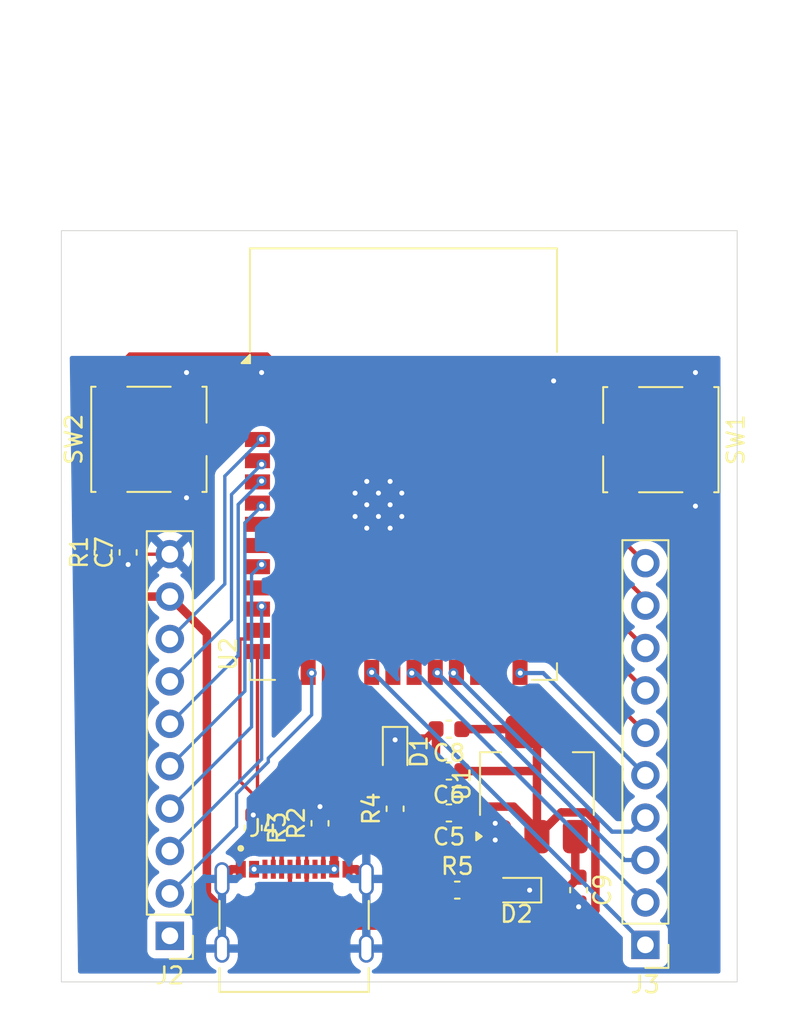
<source format=kicad_pcb>
(kicad_pcb (version 20241229) (generator "pcbnew") (generator_version "9.0")
  (layers (0 "F.Cu" signal "Front") (4 "In1.Cu" signal) (6 "In2.Cu" signal) (2 "B.Cu" signal "Back") (13 "F.Paste" user) (15 "B.Paste" user) (5 "F.SilkS" user "F.Silkscreen") (7 "B.SilkS" user "B.Silkscreen") (1 "F.Mask" user) (3 "B.Mask" user) (25 "Edge.Cuts" user))
  (net 0 "")
  (net 1 "GND")
  (net 2 "+3V3")
  (net 3 "EN")
  (net 4 "+5V")
  (net 5 "Net-(D1-A)")
  (net 6 "Net-(D2-A)")
  (net 7 "LT")
  (net 8 "X")
  (net 9 "A")
  (net 10 "Y")
  (net 11 "RT")
  (net 12 "B")
  (net 13 "Start")
  (net 14 "CY")
  (net 15 "SY")
  (net 16 "Select")
  (net 17 "Z1")
  (net 18 "CX")
  (net 19 "DL")
  (net 20 "DD")
  (net 21 "DU")
  (net 22 "SX")
  (net 23 "DR")
  (net 25 "D-")
  (net 26 "D+")
  (net 28 "Net-(J4-CC1)")
  (net 29 "Net-(J4-CC2)")
  (net 30 "GPIO_0")
  (footprint "Capacitor_SMD:C_0603_1608Metric" (layer "F.Cu") (at 126 114.775 -90)
    (property "Reference" "R3" (at 0 -1.43 90) (layer "F.SilkS"))
    (property "Value" "5.1kΩ")
    (fp_line (start -0.14058 0.51) (end 0.14058 0.51) (stroke (width 0.12)) (layer "F.SilkS"))
    (fp_line (start -0.14058 -0.51) (end 0.14058 -0.51) (stroke (width 0.12)) (layer "F.SilkS"))
    (pad "1" smd roundrect (at -0.775 0 270) (size 0.9 0.95) (layers "F.Cu" "F.Mask" "F.Paste") (net 1 "GND"))
    (pad "2" smd roundrect (at 0.775 0 270) (size 0.9 0.95) (layers "F.Cu" "F.Mask" "F.Paste") (net 28 "Net-(J4-CC1)"))
  )
  (footprint "Updated M-12:HRO_TYPE-C-31-M-12" (layer "F.Cu") (at 128.45 122)
    (property "Reference" "J4" (at -1.85 -7.205 0) (layer "F.SilkS"))
    (property "Value" "TYPE-C-31-M-12")
    (fp_line (start -4.47 -2.85) (end -4.47 -1.17) (stroke (width 0.127)) (layer "F.SilkS"))
    (fp_line (start -4.47 2.6) (end -4.47 1.17) (stroke (width 0.127)) (layer "F.SilkS"))
    (fp_line (start -4.47 2.6) (end 4.47 2.6) (stroke (width 0.127)) (layer "F.SilkS"))
    (fp_line (start 4.47 -2.85) (end 4.47 -1.17) (stroke (width 0.127)) (layer "F.SilkS"))
    (fp_line (start 4.47 2.6) (end 4.47 1.17) (stroke (width 0.127)) (layer "F.SilkS"))
    (fp_circle (center -3.2 -6) (end -3.1 -6) (stroke (width 0.2)) (fill no) (layer "F.SilkS"))
    (pad "" np_thru_hole circle (at -2.89 -3.68) (size 0.6 0.6) (drill 0.6) (layers "*.Cu" "*.Mask"))
    (pad "" np_thru_hole circle (at 2.89 -3.68) (size 0.6 0.6) (drill 0.6) (layers "*.Cu" "*.Mask"))
    (pad "A1_B12" smd rect (at -3.2 -4.75) (size 0.6 1) (layers "F.Cu" "F.Paste") (net 1 "GND"))
    (pad "A4_B9" smd rect (at -2.4 -4.75) (size 0.6 1) (layers "F.Cu" "F.Paste") (net 4 "+5V"))
    (pad "A5" smd rect (at -1.25 -4.75) (size 0.3 1.14) (layers "F.Cu" "F.Paste") (net 28 "Net-(J4-CC1)"))
    (pad "A6" smd rect (at -0.25 -4.75) (size 0.3 1.14) (layers "F.Cu" "F.Paste") (net 26 "D+"))
    (pad "A7" smd rect (at 0.25 -4.75) (size 0.3 1.14) (layers "F.Cu" "F.Paste") (net 25 "D-"))
    (pad "A8" smd rect (at 1.25 -4.75) (size 0.3 1.14) (layers "F.Cu" "F.Paste"))
    (pad "B1_A12" smd rect (at 3.2 -4.75) (size 0.6 1) (layers "F.Cu" "F.Paste") (net 1 "GND"))
    (pad "B4_A9" smd rect (at 2.4 -4.75) (size 0.6 1) (layers "F.Cu" "F.Paste") (net 4 "+5V"))
    (pad "B5" smd rect (at 1.75 -4.75) (size 0.3 1.14) (layers "F.Cu" "F.Paste") (net 29 "Net-(J4-CC2)"))
    (pad "B6" smd rect (at 0.75 -4.75) (size 0.3 1.14) (layers "F.Cu" "F.Paste") (net 26 "D+"))
    (pad "B7" smd rect (at -0.75 -4.75) (size 0.3 1.14) (layers "F.Cu" "F.Paste") (net 25 "D-"))
    (pad "B8" smd rect (at -1.75 -4.75) (size 0.3 1.14) (layers "F.Cu" "F.Paste"))
    (pad "S1" thru_hole oval (at -4.325 -4.17) (size 0.9 2) (drill oval 0.6 1.7) (layers "*.Cu" "*.Mask") (net 1 "GND"))
    (pad "S2" thru_hole oval (at 4.325 -4.17) (size 0.9 2) (drill oval 0.6 1.7) (layers "*.Cu" "*.Mask") (net 1 "GND"))
    (pad "S3" thru_hole oval (at -4.325 0) (size 0.9 1.7) (drill oval 0.6 1.4) (layers "*.Cu" "*.Mask") (net 1 "GND"))
    (pad "S4" thru_hole oval (at 4.325 0) (size 0.9 1.7) (drill oval 0.6 1.4) (layers "*.Cu" "*.Mask") (net 1 "GND"))
  )
  (footprint "Capacitor_SMD:C_0603_1608Metric" (layer "F.Cu") (at 117 98.275 90)
    (property "Reference" "R1" (at 0 -1.43 90) (layer "F.SilkS"))
    (property "Value" "5.1kΩ")
    (fp_line (start -0.14058 -0.51) (end 0.14058 -0.51) (stroke (width 0.12)) (layer "F.SilkS"))
    (fp_line (start -0.14058 0.51) (end 0.14058 0.51) (stroke (width 0.12)) (layer "F.SilkS"))
    (pad "1" smd roundrect (at -0.775 0 90) (size 0.9 0.95) (layers "F.Cu" "F.Mask" "F.Paste") (net 2 "+3V3"))
    (pad "2" smd roundrect (at 0.775 0 90) (size 0.9 0.95) (layers "F.Cu" "F.Mask" "F.Paste") (net 3 "EN"))
  )
  (footprint "Connector_PinHeader_2.54mm:PinHeader_1x10_P2.54mm_Vertical" (layer "F.Cu") (at 149.5 121.78 180)
    (property "Reference" "J3" (at 0 -2.38 0) (layer "F.SilkS"))
    (property "Value" "Conn_01x10_Pin")
    (fp_line (start 1.38 1.27) (end 1.38 24.24) (stroke (width 0.12)) (layer "F.SilkS"))
    (fp_line (start -1.38 24.24) (end 1.38 24.24) (stroke (width 0.12)) (layer "F.SilkS"))
    (fp_line (start -1.38 1.27) (end 1.38 1.27) (stroke (width 0.12)) (layer "F.SilkS"))
    (fp_line (start -1.38 1.27) (end -1.38 24.24) (stroke (width 0.12)) (layer "F.SilkS"))
    (fp_line (start -1.38 0) (end -1.38 -1.38) (stroke (width 0.12)) (layer "F.SilkS"))
    (fp_line (start -1.38 -1.38) (end 0 -1.38) (stroke (width 0.12)) (layer "F.SilkS"))
    (pad "1" thru_hole rect (at 0 0 180) (size 1.7 1.7) (drill 1) (layers "*.Cu" "*.Mask") (net 17 "Z1"))
    (pad "2" thru_hole circle (at 0 2.54 180) (size 1.7 1.7) (drill 1) (layers "*.Cu" "*.Mask") (net 22 "SX"))
    (pad "3" thru_hole circle (at 0 5.08 180) (size 1.7 1.7) (drill 1) (layers "*.Cu" "*.Mask") (net 15 "SY"))
    (pad "4" thru_hole circle (at 0 7.62 180) (size 1.7 1.7) (drill 1) (layers "*.Cu" "*.Mask") (net 23 "DR"))
    (pad "5" thru_hole circle (at 0 10.16 180) (size 1.7 1.7) (drill 1) (layers "*.Cu" "*.Mask") (net 16 "Select"))
    (pad "6" thru_hole circle (at 0 12.7 180) (size 1.7 1.7) (drill 1) (layers "*.Cu" "*.Mask") (net 19 "DL"))
    (pad "7" thru_hole circle (at 0 15.24 180) (size 1.7 1.7) (drill 1) (layers "*.Cu" "*.Mask") (net 20 "DD"))
    (pad "8" thru_hole circle (at 0 17.78 180) (size 1.7 1.7) (drill 1) (layers "*.Cu" "*.Mask") (net 21 "DU"))
    (pad "9" thru_hole circle (at 0 20.32 180) (size 1.7 1.7) (drill 1) (layers "*.Cu" "*.Mask") (net 18 "CX"))
    (pad "10" thru_hole circle (at 0 22.86 180) (size 1.7 1.7) (drill 1) (layers "*.Cu" "*.Mask") (net 14 "CY"))
  )
  (footprint "Button_Switch_SMD:SW_SPST_B3S-1100" (layer "F.Cu") (at 149.5 91.52 -90)
    (property "Reference" "SW1" (at 0 -5.42 90) (layer "F.SilkS"))
    (property "Value" "SW_Push")
    (fp_line (start -3.15 2.53) (end -1 2.53) (stroke (width 0.12)) (layer "F.SilkS"))
    (fp_line (start -3.15 2.53) (end -3.15 2.28) (stroke (width 0.12)) (layer "F.SilkS"))
    (fp_line (start 3.15 2.53) (end 1 2.53) (stroke (width 0.12)) (layer "F.SilkS"))
    (fp_line (start 3.15 2.28) (end 3.15 2.53) (stroke (width 0.12)) (layer "F.SilkS"))
    (fp_line (start -3.15 0.38) (end -3.15 -2.22) (stroke (width 0.12)) (layer "F.SilkS"))
    (fp_line (start 3.15 -2.22) (end 3.15 0.38) (stroke (width 0.12)) (layer "F.SilkS"))
    (fp_line (start -3.15 -4.12) (end -3.15 -4.38) (stroke (width 0.12)) (layer "F.SilkS"))
    (fp_line (start -3.15 -4.38) (end 3.15 -4.38) (stroke (width 0.12)) (layer "F.SilkS"))
    (fp_line (start 3.15 -4.38) (end 3.15 -4.12) (stroke (width 0.12)) (layer "F.SilkS"))
    (pad "1" smd rect (at -3.98 -3.17 270) (size 1.55 1.3) (layers "F.Cu" "F.Mask" "F.Paste") (net 1 "GND"))
    (pad "1" smd rect (at 3.98 -3.17 270) (size 1.55 1.3) (layers "F.Cu" "F.Mask" "F.Paste") (net 1 "GND"))
    (pad "2" smd rect (at -3.98 1.33 270) (size 1.55 1.3) (layers "F.Cu" "F.Mask" "F.Paste") (net 30 "GPIO_0"))
    (pad "2" smd rect (at 3.98 1.33 270) (size 1.55 1.3) (layers "F.Cu" "F.Mask" "F.Paste") (net 30 "GPIO_0"))
    (pad "3" smd rect (at 0 3.17 270) (size 1.3 1.7) (layers "F.Cu" "F.Mask" "F.Paste"))
  )
  (footprint "LED_SMD:LED_0603_1608Metric" (layer "F.Cu") (at 141.775 118.505 180)
    (property "Reference" "D2" (at 0 -1.43 0) (layer "F.SilkS"))
    (property "Value" "LED")
    (fp_line (start 0.8 -0.735) (end -1.485 -0.735) (stroke (width 0.12)) (layer "F.SilkS"))
    (fp_line (start -1.485 0.735) (end 0.8 0.735) (stroke (width 0.12)) (layer "F.SilkS"))
    (fp_line (start -1.485 -0.735) (end -1.485 0.735) (stroke (width 0.12)) (layer "F.SilkS"))
    (pad "1" smd roundrect (at -0.7875 0 180) (size 0.875 0.95) (layers "F.Cu" "F.Mask" "F.Paste") (net 1 "GND"))
    (pad "2" smd roundrect (at 0.7875 0 180) (size 0.875 0.95) (layers "F.Cu" "F.Mask" "F.Paste") (net 6 "Net-(D2-A)"))
  )
  (footprint "Capacitor_SMD:C_0603_1608Metric" (layer "F.Cu") (at 137.725 113.88 180)
    (property "Reference" "C5" (at 0 -1.43 0) (layer "F.SilkS"))
    (property "Value" "10u")
    (fp_line (start -0.14058 0.51) (end 0.14058 0.51) (stroke (width 0.12)) (layer "F.SilkS"))
    (fp_line (start -0.14058 -0.51) (end 0.14058 -0.51) (stroke (width 0.12)) (layer "F.SilkS"))
    (pad "1" smd roundrect (at -0.775 0 180) (size 0.9 0.95) (layers "F.Cu" "F.Mask" "F.Paste") (net 2 "+3V3"))
    (pad "2" smd roundrect (at 0.775 0 180) (size 0.9 0.95) (layers "F.Cu" "F.Mask" "F.Paste") (net 1 "GND"))
  )
  (footprint "Capacitor_SMD:C_0603_1608Metric" (layer "F.Cu") (at 134.5 113.6275 90)
    (property "Reference" "R4" (at 0 -1.43 90) (layer "F.SilkS"))
    (property "Value" "5.1kΩ")
    (fp_line (start -0.14058 -0.51) (end 0.14058 -0.51) (stroke (width 0.12)) (layer "F.SilkS"))
    (fp_line (start -0.14058 0.51) (end 0.14058 0.51) (stroke (width 0.12)) (layer "F.SilkS"))
    (pad "1" smd roundrect (at -0.775 0 90) (size 0.9 0.95) (layers "F.Cu" "F.Mask" "F.Paste") (net 4 "+5V"))
    (pad "2" smd roundrect (at 0.775 0 90) (size 0.9 0.95) (layers "F.Cu" "F.Mask" "F.Paste") (net 5 "Net-(D1-A)"))
  )
  (footprint "Package_TO_SOT_SMD:SOT-223-3_TabPin2" (layer "F.Cu") (at 143 112.15 90)
    (property "Reference" "U1" (at 0 -4.5 90) (layer "F.SilkS"))
    (property "Value" "LD1117S33TR_SOT223")
    (fp_line (start 1.91 -3.41) (end 1.91 -2.15) (stroke (width 0.12)) (layer "F.SilkS"))
    (fp_line (start -1.85 -3.41) (end 1.91 -3.41) (stroke (width 0.12)) (layer "F.SilkS"))
    (fp_line (start 1.91 3.41) (end 1.91 2.15) (stroke (width 0.12)) (layer "F.SilkS"))
    (fp_line (start -1.85 3.41) (end 1.91 3.41) (stroke (width 0.12)) (layer "F.SilkS"))
    (fp_poly (pts (xy -3.13 -3.31) (xy -3.37 -3.64) (xy -2.89 -3.64) (xy -3.13 -3.31)) (stroke (width 0.12)) (fill yes) (layer "F.SilkS"))
    (pad "1" smd roundrect (at -3.15 -2.3 90) (size 2 1.5) (layers "F.Cu" "F.Mask" "F.Paste") (net 1 "GND"))
    (pad "2" smd roundrect (at -3.15 0 90) (size 2 1.5) (layers "F.Cu" "F.Mask" "F.Paste") (net 2 "+3V3"))
    (pad "2" smd roundrect (at 3.15 0 90) (size 2 3.8) (layers "F.Cu" "F.Mask" "F.Paste") (net 2 "+3V3"))
    (pad "3" smd roundrect (at -3.15 2.3 90) (size 2 1.5) (layers "F.Cu" "F.Mask" "F.Paste") (net 4 "+5V"))
  )
  (footprint "Capacitor_SMD:C_0603_1608Metric" (layer "F.Cu") (at 118.5 98.275 90)
    (property "Reference" "C7" (at 0 -1.43 90) (layer "F.SilkS"))
    (property "Value" "1uF")
    (fp_line (start -0.14058 -0.51) (end 0.14058 -0.51) (stroke (width 0.12)) (layer "F.SilkS"))
    (fp_line (start -0.14058 0.51) (end 0.14058 0.51) (stroke (width 0.12)) (layer "F.SilkS"))
    (pad "1" smd roundrect (at -0.775 0 90) (size 0.9 0.95) (layers "F.Cu" "F.Mask" "F.Paste") (net 1 "GND"))
    (pad "2" smd roundrect (at 0.775 0 90) (size 0.9 0.95) (layers "F.Cu" "F.Mask" "F.Paste") (net 3 "EN"))
  )
  (footprint "Capacitor_SMD:C_0603_1608Metric" (layer "F.Cu") (at 137.725 108.86 180)
    (property "Reference" "C8" (at 0 -1.43 0) (layer "F.SilkS"))
    (property "Value" "100n")
    (fp_line (start -0.14058 0.51) (end 0.14058 0.51) (stroke (width 0.12)) (layer "F.SilkS"))
    (fp_line (start -0.14058 -0.51) (end 0.14058 -0.51) (stroke (width 0.12)) (layer "F.SilkS"))
    (pad "1" smd roundrect (at -0.775 0 180) (size 0.9 0.95) (layers "F.Cu" "F.Mask" "F.Paste") (net 2 "+3V3"))
    (pad "2" smd roundrect (at 0.775 0 180) (size 0.9 0.95) (layers "F.Cu" "F.Mask" "F.Paste") (net 1 "GND"))
  )
  (footprint "Capacitor_SMD:C_0603_1608Metric" (layer "F.Cu") (at 137.725 111.37 180)
    (property "Reference" "C6" (at 0 -1.43 0) (layer "F.SilkS"))
    (property "Value" "22u")
    (fp_line (start -0.14058 0.51) (end 0.14058 0.51) (stroke (width 0.12)) (layer "F.SilkS"))
    (fp_line (start -0.14058 -0.51) (end 0.14058 -0.51) (stroke (width 0.12)) (layer "F.SilkS"))
    (pad "1" smd roundrect (at -0.775 0 180) (size 0.9 0.95) (layers "F.Cu" "F.Mask" "F.Paste") (net 2 "+3V3"))
    (pad "2" smd roundrect (at 0.775 0 180) (size 0.9 0.95) (layers "F.Cu" "F.Mask" "F.Paste") (net 1 "GND"))
  )
  (footprint "Capacitor_SMD:C_0603_1608Metric" (layer "F.Cu") (at 130 114.5 90)
    (property "Reference" "R2" (at 0 -1.43 90) (layer "F.SilkS"))
    (property "Value" "5.1kΩ")
    (fp_line (start -0.14058 -0.51) (end 0.14058 -0.51) (stroke (width 0.12)) (layer "F.SilkS"))
    (fp_line (start -0.14058 0.51) (end 0.14058 0.51) (stroke (width 0.12)) (layer "F.SilkS"))
    (pad "1" smd roundrect (at -0.775 0 90) (size 0.9 0.95) (layers "F.Cu" "F.Mask" "F.Paste") (net 29 "Net-(J4-CC2)"))
    (pad "2" smd roundrect (at 0.775 0 90) (size 0.9 0.95) (layers "F.Cu" "F.Mask" "F.Paste") (net 1 "GND"))
  )
  (footprint "LED_SMD:LED_0603_1608Metric" (layer "F.Cu") (at 134.5 110.2125 -90)
    (property "Reference" "D1" (at 0 -1.43 90) (layer "F.SilkS"))
    (property "Value" "LED")
    (fp_line (start -1.485 0.735) (end 0.8 0.735) (stroke (width 0.12)) (layer "F.SilkS"))
    (fp_line (start -1.485 -0.735) (end -1.485 0.735) (stroke (width 0.12)) (layer "F.SilkS"))
    (fp_line (start 0.8 -0.735) (end -1.485 -0.735) (stroke (width 0.12)) (layer "F.SilkS"))
    (pad "1" smd roundrect (at -0.7875 0 270) (size 0.875 0.95) (layers "F.Cu" "F.Mask" "F.Paste") (net 1 "GND"))
    (pad "2" smd roundrect (at 0.7875 0 270) (size 0.875 0.95) (layers "F.Cu" "F.Mask" "F.Paste") (net 5 "Net-(D1-A)"))
  )
  (footprint "RF_Module:ESP32-S3-WROOM-1" (layer "F.Cu") (at 135.0025 92.96)
    (property "Reference" "U2" (at -10.5 11.4 90) (layer "F.SilkS"))
    (property "Value" "ESP32-S3-WROOM-1")
    (fp_line (start -9.2 -12.9) (end -9.2 -6.7) (stroke (width 0.12)) (layer "F.SilkS"))
    (fp_line (start -9.2 -12.9) (end 9.2 -12.9) (stroke (width 0.12)) (layer "F.SilkS"))
    (fp_line (start -9.2 11.95) (end -9.2 12.95) (stroke (width 0.12)) (layer "F.SilkS"))
    (fp_line (start -9.2 12.95) (end -7.7 12.95) (stroke (width 0.12)) (layer "F.SilkS"))
    (fp_line (start 9.2 -12.9) (end 9.2 -6.7) (stroke (width 0.12)) (layer "F.SilkS"))
    (fp_line (start 9.2 12.95) (end 7.7 12.95) (stroke (width 0.12)) (layer "F.SilkS"))
    (fp_line (start 9.2 12.95) (end 9.2 11.95) (stroke (width 0.12)) (layer "F.SilkS"))
    (fp_poly (pts (xy -9.2 -6.025) (xy -9.7 -6.025) (xy -9.2 -6.525) (xy -9.2 -6.025)) (stroke (width 0.12)) (fill yes) (layer "F.SilkS"))
    (pad "1" smd rect (at -8.75 -5.26) (size 1.5 0.9) (layers "F.Cu" "F.Mask" "F.Paste") (net 1 "GND"))
    (pad "2" smd rect (at -8.75 -3.99) (size 1.5 0.9) (layers "F.Cu" "F.Mask" "F.Paste") (net 2 "+3V3"))
    (pad "3" smd rect (at -8.75 -2.72) (size 1.5 0.9) (layers "F.Cu" "F.Mask" "F.Paste") (net 3 "EN"))
    (pad "4" smd rect (at -8.75 -1.45) (size 1.5 0.9) (layers "F.Cu" "F.Mask" "F.Paste") (net 9 "A"))
    (pad "5" smd rect (at -8.75 -0.18) (size 1.5 0.9) (layers "F.Cu" "F.Mask" "F.Paste") (net 12 "B"))
    (pad "6" smd rect (at -8.75 1.09) (size 1.5 0.9) (layers "F.Cu" "F.Mask" "F.Paste") (net 8 "X"))
    (pad "7" smd rect (at -8.75 2.36) (size 1.5 0.9) (layers "F.Cu" "F.Mask" "F.Paste") (net 10 "Y"))
    (pad "8" smd rect (at -8.75 3.63) (size 1.5 0.9) (layers "F.Cu" "F.Mask" "F.Paste"))
    (pad "9" smd rect (at -8.75 4.9) (size 1.5 0.9) (layers "F.Cu" "F.Mask" "F.Paste"))
    (pad "10" smd rect (at -8.75 6.17) (size 1.5 0.9) (layers "F.Cu" "F.Mask" "F.Paste") (net 11 "RT"))
    (pad "11" smd rect (at -8.75 7.44) (size 1.5 0.9) (layers "F.Cu" "F.Mask" "F.Paste"))
    (pad "12" smd rect (at -8.75 8.71) (size 1.5 0.9) (layers "F.Cu" "F.Mask" "F.Paste") (net 7 "LT"))
    (pad "13" smd rect (at -8.75 9.98) (size 1.5 0.9) (layers "F.Cu" "F.Mask" "F.Paste") (net 25 "D-"))
    (pad "14" smd rect (at -8.75 11.25 180) (size 1.5 0.9) (layers "F.Cu" "F.Mask" "F.Paste") (net 26 "D+"))
    (pad "15" smd rect (at -6.985 12.5 270) (size 1.5 0.9) (layers "F.Cu" "F.Mask" "F.Paste"))
    (pad "16" smd rect (at -5.715 12.5 270) (size 1.5 0.9) (layers "F.Cu" "F.Mask" "F.Paste") (net 13 "Start"))
    (pad "17" smd rect (at -4.445 12.5 270) (size 1.5 0.9) (layers "F.Cu" "F.Mask" "F.Paste"))
    (pad "18" smd rect (at -3.175 12.5 270) (size 1.5 0.9) (layers "F.Cu" "F.Mask" "F.Paste"))
    (pad "19" smd rect (at -1.905 12.5 270) (size 1.5 0.9) (layers "F.Cu" "F.Mask" "F.Paste") (net 17 "Z1"))
    (pad "20" smd rect (at -0.635 12.5 270) (size 1.5 0.9) (layers "F.Cu" "F.Mask" "F.Paste"))
    (pad "21" smd rect (at 0.635 12.5 270) (size 1.5 0.9) (layers "F.Cu" "F.Mask" "F.Paste") (net 22 "SX"))
    (pad "22" smd rect (at 1.905 12.5 270) (size 1.5 0.9) (layers "F.Cu" "F.Mask" "F.Paste") (net 15 "SY"))
    (pad "23" smd rect (at 3.175 12.5 270) (size 1.5 0.9) (layers "F.Cu" "F.Mask" "F.Paste") (net 23 "DR"))
    (pad "24" smd rect (at 4.445 12.5 270) (size 1.5 0.9) (layers "F.Cu" "F.Mask" "F.Paste"))
    (pad "25" smd rect (at 5.715 12.5 270) (size 1.5 0.9) (layers "F.Cu" "F.Mask" "F.Paste"))
    (pad "26" smd rect (at 6.985 12.5 270) (size 1.5 0.9) (layers "F.Cu" "F.Mask" "F.Paste") (net 16 "Select"))
    (pad "27" smd rect (at 8.75 11.25) (size 1.5 0.9) (layers "F.Cu" "F.Mask" "F.Paste") (net 30 "GPIO_0"))
    (pad "28" smd rect (at 8.75 9.98) (size 1.5 0.9) (layers "F.Cu" "F.Mask" "F.Paste"))
    (pad "29" smd rect (at 8.75 8.71) (size 1.5 0.9) (layers "F.Cu" "F.Mask" "F.Paste"))
    (pad "30" smd rect (at 8.75 7.44) (size 1.5 0.9) (layers "F.Cu" "F.Mask" "F.Paste"))
    (pad "31" smd rect (at 8.75 6.17) (size 1.5 0.9) (layers "F.Cu" "F.Mask" "F.Paste") (net 19 "DL"))
    (pad "32" smd rect (at 8.75 4.9) (size 1.5 0.9) (layers "F.Cu" "F.Mask" "F.Paste") (net 20 "DD"))
    (pad "33" smd rect (at 8.75 3.63) (size 1.5 0.9) (layers "F.Cu" "F.Mask" "F.Paste") (net 21 "DU"))
    (pad "34" smd rect (at 8.75 2.36) (size 1.5 0.9) (layers "F.Cu" "F.Mask" "F.Paste") (net 18 "CX"))
    (pad "35" smd rect (at 8.75 1.09) (size 1.5 0.9) (layers "F.Cu" "F.Mask" "F.Paste") (net 14 "CY"))
    (pad "36" smd rect (at 8.75 -0.18) (size 1.5 0.9) (layers "F.Cu" "F.Mask" "F.Paste"))
    (pad "37" smd rect (at 8.75 -1.45) (size 1.5 0.9) (layers "F.Cu" "F.Mask" "F.Paste"))
    (pad "38" smd rect (at 8.75 -2.72) (size 1.5 0.9) (layers "F.Cu" "F.Mask" "F.Paste"))
    (pad "39" smd rect (at 8.75 -3.99) (size 1.5 0.9) (layers "F.Cu" "F.Mask" "F.Paste"))
    (pad "40" smd rect (at 8.75 -5.26) (size 1.5 0.9) (layers "F.Cu" "F.Mask" "F.Paste") (net 1 "GND"))
    (pad "41" thru_hole circle (at -2.9 1.76 90) (size 0.6 0.6) (drill 0.3) (property pad_prop_heatsink) (layers "*.Cu" "F.Mask") (net 1 "GND"))
    (pad "41" thru_hole circle (at -2.9 3.16) (size 0.6 0.6) (drill 0.3) (property pad_prop_heatsink) (layers "*.Cu" "F.Mask") (net 1 "GND"))
    (pad "41" thru_hole circle (at -2.2 1.06) (size 0.6 0.6) (drill 0.3) (property pad_prop_heatsink) (layers "*.Cu" "F.Mask") (net 1 "GND"))
    (pad "41" thru_hole circle (at -2.2 2.46) (size 0.6 0.6) (drill 0.3) (property pad_prop_heatsink) (layers "*.Cu" "F.Mask") (net 1 "GND"))
    (pad "41" thru_hole circle (at -2.2 3.86) (size 0.6 0.6) (drill 0.3) (property pad_prop_heatsink) (layers "*.Cu" "F.Mask") (net 1 "GND"))
    (pad "41" thru_hole circle (at -1.5 1.76) (size 0.6 0.6) (drill 0.3) (property pad_prop_heatsink) (layers "*.Cu" "F.Mask") (net 1 "GND"))
    (pad "41" smd rect (at -1.5 2.46 270) (size 3.9 3.9) (property pad_prop_heatsink) (layers "F.Cu" "F.Mask") (net 1 "GND"))
    (pad "41" thru_hole circle (at -1.5 3.16) (size 0.6 0.6) (drill 0.3) (property pad_prop_heatsink) (layers "*.Cu" "F.Mask") (net 1 "GND"))
    (pad "41" thru_hole circle (at -0.8 1.06) (size 0.6 0.6) (drill 0.3) (property pad_prop_heatsink) (layers "*.Cu" "F.Mask") (net 1 "GND"))
    (pad "41" thru_hole circle (at -0.8 2.46) (size 0.6 0.6) (drill 0.3) (property pad_prop_heatsink) (layers "*.Cu" "F.Mask") (net 1 "GND"))
    (pad "41" thru_hole circle (at -0.8 3.86) (size 0.6 0.6) (drill 0.3) (property pad_prop_heatsink) (layers "*.Cu" "F.Mask") (net 1 "GND"))
    (pad "41" thru_hole circle (at -0.1 1.76) (size 0.6 0.6) (drill 0.3) (property pad_prop_heatsink) (layers "*.Cu" "F.Mask") (net 1 "GND"))
    (pad "41" thru_hole circle (at -0.1 3.16) (size 0.6 0.6) (drill 0.3) (property pad_prop_heatsink) (layers "*.Cu" "F.Mask") (net 1 "GND"))
    (zone (net 0) (net_name "") (layers "F.Cu" "B.Cu") (connect_pads (clearance 0)) (min_thickness 0.254)
      (keepout (tracks not_allowed) (vias not_allowed) (pads not_allowed) (copperpour not_allowed) (footprints not_allowed))
      (fill (thermal_gap 0.508) (thermal_bridge_width 0.508))
      (polygon (pts (xy 111.0025 86.21) (xy 159.0025 86.21) (xy 159.0025 65.21) (xy 111.0025 65.21)))
    )
  )
  (footprint "Capacitor_SMD:C_0603_1608Metric" (layer "F.Cu") (at 138.225 118.5)
    (property "Reference" "R5" (at 0 -1.43 0) (layer "F.SilkS"))
    (property "Value" "5.1kΩ")
    (fp_line (start -0.14058 -0.51) (end 0.14058 -0.51) (stroke (width 0.12)) (layer "F.SilkS"))
    (fp_line (start -0.14058 0.51) (end 0.14058 0.51) (stroke (width 0.12)) (layer "F.SilkS"))
    (pad "1" smd roundrect (at -0.775 0) (size 0.9 0.95) (layers "F.Cu" "F.Mask" "F.Paste") (net 2 "+3V3"))
    (pad "2" smd roundrect (at 0.775 0) (size 0.9 0.95) (layers "F.Cu" "F.Mask" "F.Paste") (net 6 "Net-(D2-A)"))
  )
  (footprint "Capacitor_SMD:C_0603_1608Metric" (layer "F.Cu") (at 145.5 118.5 -90)
    (property "Reference" "C9" (at 0 -1.43 90) (layer "F.SilkS"))
    (property "Value" "100n")
    (fp_line (start -0.14058 0.51) (end 0.14058 0.51) (stroke (width 0.12)) (layer "F.SilkS"))
    (fp_line (start -0.14058 -0.51) (end 0.14058 -0.51) (stroke (width 0.12)) (layer "F.SilkS"))
    (pad "1" smd roundrect (at -0.775 0 270) (size 0.9 0.95) (layers "F.Cu" "F.Mask" "F.Paste") (net 4 "+5V"))
    (pad "2" smd roundrect (at 0.775 0 270) (size 0.9 0.95) (layers "F.Cu" "F.Mask" "F.Paste") (net 1 "GND"))
  )
  (footprint "Button_Switch_SMD:SW_SPST_B3S-1100" (layer "F.Cu") (at 120.67 91.5 90)
    (property "Reference" "SW2" (at 0 -5.42 90) (layer "F.SilkS"))
    (property "Value" "SW_Push")
    (fp_line (start 3.15 -4.38) (end 3.15 -4.12) (stroke (width 0.12)) (layer "F.SilkS"))
    (fp_line (start -3.15 -4.38) (end 3.15 -4.38) (stroke (width 0.12)) (layer "F.SilkS"))
    (fp_line (start -3.15 -4.12) (end -3.15 -4.38) (stroke (width 0.12)) (layer "F.SilkS"))
    (fp_line (start 3.15 -2.22) (end 3.15 0.38) (stroke (width 0.12)) (layer "F.SilkS"))
    (fp_line (start -3.15 0.38) (end -3.15 -2.22) (stroke (width 0.12)) (layer "F.SilkS"))
    (fp_line (start 3.15 2.28) (end 3.15 2.53) (stroke (width 0.12)) (layer "F.SilkS"))
    (fp_line (start 3.15 2.53) (end 1 2.53) (stroke (width 0.12)) (layer "F.SilkS"))
    (fp_line (start -3.15 2.53) (end -3.15 2.28) (stroke (width 0.12)) (layer "F.SilkS"))
    (fp_line (start -3.15 2.53) (end -1 2.53) (stroke (width 0.12)) (layer "F.SilkS"))
    (pad "1" smd rect (at -3.98 -3.17 90) (size 1.55 1.3) (layers "F.Cu" "F.Mask" "F.Paste") (net 3 "EN"))
    (pad "1" smd rect (at 3.98 -3.17 90) (size 1.55 1.3) (layers "F.Cu" "F.Mask" "F.Paste") (net 3 "EN"))
    (pad "2" smd rect (at -3.98 1.33 90) (size 1.55 1.3) (layers "F.Cu" "F.Mask" "F.Paste") (net 1 "GND"))
    (pad "2" smd rect (at 3.98 1.33 90) (size 1.55 1.3) (layers "F.Cu" "F.Mask" "F.Paste") (net 1 "GND"))
    (pad "3" smd rect (at 0 3.17 90) (size 1.3 1.7) (layers "F.Cu" "F.Mask" "F.Paste"))
  )
  (footprint "Connector_PinHeader_2.54mm:PinHeader_1x10_P2.54mm_Vertical" (layer "F.Cu") (at 121 121.24 180)
    (property "Reference" "J2" (at 0 -2.38 0) (layer "F.SilkS"))
    (property "Value" "Conn_01x10_Pin")
    (fp_line (start 1.38 1.27) (end 1.38 24.24) (stroke (width 0.12)) (layer "F.SilkS"))
    (fp_line (start -1.38 24.24) (end 1.38 24.24) (stroke (width 0.12)) (layer "F.SilkS"))
    (fp_line (start -1.38 1.27) (end 1.38 1.27) (stroke (width 0.12)) (layer "F.SilkS"))
    (fp_line (start -1.38 1.27) (end -1.38 24.24) (stroke (width 0.12)) (layer "F.SilkS"))
    (fp_line (start -1.38 0) (end -1.38 -1.38) (stroke (width 0.12)) (layer "F.SilkS"))
    (fp_line (start -1.38 -1.38) (end 0 -1.38) (stroke (width 0.12)) (layer "F.SilkS"))
    (pad "1" thru_hole rect (at 0 0 180) (size 1.7 1.7) (drill 1) (layers "*.Cu" "*.Mask"))
    (pad "2" thru_hole circle (at 0 2.54 180) (size 1.7 1.7) (drill 1) (layers "*.Cu" "*.Mask") (net 13 "Start"))
    (pad "3" thru_hole circle (at 0 5.08 180) (size 1.7 1.7) (drill 1) (layers "*.Cu" "*.Mask") (net 7 "LT"))
    (pad "4" thru_hole circle (at 0 7.62 180) (size 1.7 1.7) (drill 1) (layers "*.Cu" "*.Mask") (net 11 "RT"))
    (pad "5" thru_hole circle (at 0 10.16 180) (size 1.7 1.7) (drill 1) (layers "*.Cu" "*.Mask") (net 10 "Y"))
    (pad "6" thru_hole circle (at 0 12.7 180) (size 1.7 1.7) (drill 1) (layers "*.Cu" "*.Mask") (net 8 "X"))
    (pad "7" thru_hole circle (at 0 15.24 180) (size 1.7 1.7) (drill 1) (layers "*.Cu" "*.Mask") (net 12 "B"))
    (pad "8" thru_hole circle (at 0 17.78 180) (size 1.7 1.7) (drill 1) (layers "*.Cu" "*.Mask") (net 9 "A"))
    (pad "9" thru_hole circle (at 0 20.32 180) (size 1.7 1.7) (drill 1) (layers "*.Cu" "*.Mask") (net 2 "+3V3"))
    (pad "10" thru_hole circle (at 0 22.86 180) (size 1.7 1.7) (drill 1) (layers "*.Cu" "*.Mask") (net 1 "GND"))
  )
  (gr_rect (start 114.5 79) (end 155 124) (stroke (width 0.05)) (fill no) (layer "Edge.Cuts"))
  (segment (start 136.95 108.86) (end 136.95 113.88) (width 0.508) (layer "F.Cu") (net 1))
  (segment (start 122 95.48) (end 122 97.38) (width 0.2) (layer "F.Cu") (net 1))
  (segment (start 138.37 115.3) (end 136.95 113.88) (width 0.508) (layer "F.Cu") (net 1))
  (segment (start 132.876 117.879) (end 132.925 117.928) (width 0.2) (layer "F.Cu") (net 1))
  (segment (start 119.12 98.38) (end 121 98.38) (width 0.2) (layer "F.Cu") (net 1))
  (segment (start 125.25 117.25) (end 124.705 117.25) (width 0.508) (layer "F.Cu") (net 1))
  (segment (start 122 87.52) (end 126.0725 87.52) (width 0.2) (layer "F.Cu") (net 1))
  (segment (start 131.65 117.25) (end 132.195 117.25) (width 0.508) (layer "F.Cu") (net 1))
  (segment (start 122 97.38) (end 121 98.38) (width 0.2) (layer "F.Cu") (net 1))
  (segment (start 134.5 109.425) (end 136.385 109.425) (width 0.508) (layer "F.Cu") (net 1))
  (segment (start 118.5 99) (end 119.12 98.38) (width 0.2) (layer "F.Cu") (net 1))
  (segment (start 132.925 117.928) (end 132.925 118.75) (width 0.2) (layer "F.Cu") (net 1))
  (segment (start 132.925 118.75) (end 132.925 117.894999) (width 0.2) (layer "F.Cu") (net 1))
  (segment (start 126.0725 87.52) (end 126.2525 87.7) (width 0.2) (layer "F.Cu") (net 1))
  (segment (start 136.385 109.425) (end 136.95 108.86) (width 0.508) (layer "F.Cu") (net 1))
  (segment (start 124.705 117.25) (end 124.125 117.83) (width 0.508) (layer "F.Cu") (net 1))
  (segment (start 132.195 117.25) (end 132.775 117.83) (width 0.508) (layer "F.Cu") (net 1))
  (segment (start 140.7 115.3) (end 138.37 115.3) (width 0.508) (layer "F.Cu") (net 1))
  (via (at 122 95) (size 0.6) (drill 0.3) (layers "F.Cu" "B.Cu") (net 1))
  (via (at 145.5 119.5) (size 0.6) (drill 0.3) (layers "F.Cu" "B.Cu") (net 1))
  (via (at 144 88) (size 0.6) (drill 0.3) (layers "F.Cu" "B.Cu") (net 1))
  (via (at 130 113.5) (size 0.6) (drill 0.3) (layers "F.Cu" "B.Cu") (net 1))
  (via (at 140.5 114.5) (size 0.6) (drill 0.3) (layers "F.Cu" "B.Cu") (net 1))
  (via (at 126.5 87.5) (size 0.6) (drill 0.3) (layers "F.Cu" "B.Cu") (net 1))
  (via (at 142.5625 118.505) (size 0.6) (drill 0.3) (layers "F.Cu" "B.Cu") (net 1))
  (via (at 126 114) (size 0.6) (drill 0.3) (layers "F.Cu" "B.Cu") (net 1))
  (via (at 122 87.5) (size 0.6) (drill 0.3) (layers "F.Cu" "B.Cu") (net 1))
  (via (at 140.5 115.5) (size 0.6) (drill 0.3) (layers "F.Cu" "B.Cu") (net 1))
  (via (at 152.5 95.5) (size 0.6) (drill 0.3) (layers "F.Cu" "B.Cu") (net 1))
  (via (at 152.5 87.5) (size 0.6) (drill 0.3) (layers "F.Cu" "B.Cu") (net 1))
  (via (at 118.5 99) (size 0.6) (drill 0.3) (layers "F.Cu" "B.Cu") (net 1))
  (via (at 134.5 109.5) (size 0.6) (drill 0.3) (layers "F.Cu" "B.Cu") (net 1))
  (segment (start 137.7985 117) (end 141.3 117) (width 0.508) (layer "F.Cu") (net 2))
  (segment (start 137.45 118.5) (end 137.45 117.3485) (width 0.508) (layer "F.Cu") (net 2))
  (segment (start 121.675 88.97) (end 116.07 94.575) (width 0.508) (layer "F.Cu") (net 2))
  (segment (start 121 100.92) (end 123.22 103.14) (width 0.508) (layer "F.Cu") (net 2))
  (segment (start 126.2525 88.97) (end 121.675 88.97) (width 0.508) (layer "F.Cu") (net 2))
  (segment (start 141.3 117) (end 143 115.3) (width 0.508) (layer "F.Cu") (net 2))
  (segment (start 116.07 98.12) (end 117 99.05) (width 0.508) (layer "F.Cu") (net 2))
  (segment (start 143.7504 122.4675) (end 146.505 119.7129) (width 0.508) (layer "F.Cu") (net 2))
  (segment (start 142.86 108.86) (end 143 109) (width 0.254) (layer "F.Cu") (net 2))
  (segment (start 143 114.9) (end 143 115.3) (width 0.508) (layer "F.Cu") (net 2))
  (segment (start 138.88 113.5) (end 141.6 113.5) (width 0.508) (layer "F.Cu") (net 2))
  (segment (start 144.455 113.845) (end 143 115.3) (width 0.508) (layer "F.Cu") (net 2))
  (segment (start 123.22 118.754863) (end 125.093617 120.62848) (width 0.508) (layer "F.Cu") (net 2))
  (segment (start 142.87 111.37) (end 143 111.5) (width 0.254) (layer "F.Cu") (net 2))
  (segment (start 143 111.5) (end 143 115.3) (width 0.508) (layer "F.Cu") (net 2))
  (segment (start 138.5 108.86) (end 142.86 108.86) (width 0.508) (layer "F.Cu") (net 2))
  (segment (start 137.45 117.3485) (end 137.7985 117) (width 0.508) (layer "F.Cu") (net 2))
  (segment (start 146.505 119.7129) (end 146.505 114.331202) (width 0.508) (layer "F.Cu") (net 2))
  (segment (start 125.093617 120.62848) (end 135.619592 120.62848) (width 0.508) (layer "F.Cu") (net 2))
  (segment (start 141.6 113.5) (end 143 114.9) (width 0.508) (layer "F.Cu") (net 2))
  (segment (start 135.619592 120.62848) (end 137.458612 122.4675) (width 0.508) (layer "F.Cu") (net 2))
  (segment (start 146.505 114.331202) (end 146.018798 113.845) (width 0.508) (layer "F.Cu") (net 2))
  (segment (start 138.5 113.88) (end 138.88 113.5) (width 0.508) (layer "F.Cu") (net 2))
  (segment (start 138.5 111.37) (end 142.87 111.37) (width 0.508) (layer "F.Cu") (net 2))
  (segment (start 116.07 94.575) (end 116.07 98.12) (width 0.508) (layer "F.Cu") (net 2))
  (segment (start 137.458612 122.4675) (end 143.7504 122.4675) (width 0.508) (layer "F.Cu") (net 2))
  (segment (start 146.018798 113.845) (end 144.455 113.845) (width 0.508) (layer "F.Cu") (net 2))
  (segment (start 123.22 103.14) (end 123.22 118.754863) (width 0.508) (layer "F.Cu") (net 2))
  (segment (start 117 99.05) (end 118.87 100.92) (width 0.508) (layer "F.Cu") (net 2))
  (segment (start 118.87 100.92) (end 121 100.92) (width 0.508) (layer "F.Cu") (net 2))
  (segment (start 143 109) (end 143 111.5) (width 0.508) (layer "F.Cu") (net 2))
  (segment (start 127.3305 90.166) (end 127.2565 90.24) (width 0.254) (layer "F.Cu") (net 3))
  (segment (start 127.3305 86.922) (end 127.3305 90.166) (width 0.254) (layer "F.Cu") (net 3))
  (segment (start 122.74 90.24) (end 126.2525 90.24) (width 0.254) (layer "F.Cu") (net 3))
  (segment (start 118.603 86.417) (end 126.8255 86.417) (width 0.254) (layer "F.Cu") (net 3))
  (segment (start 126.8255 86.417) (end 127.3305 86.922) (width 0.254) (layer "F.Cu") (net 3))
  (segment (start 117.5 95.48) (end 122.74 90.24) (width 0.254) (layer "F.Cu") (net 3))
  (segment (start 127.2565 90.24) (end 126.2525 90.24) (width 0.254) (layer "F.Cu") (net 3))
  (segment (start 117.5 97) (end 117 97.5) (width 0.254) (layer "F.Cu") (net 3))
  (segment (start 117.5 95.48) (end 117.5 97) (width 0.254) (layer "F.Cu") (net 3))
  (segment (start 117 97.5) (end 118.5 97.5) (width 0.254) (layer "F.Cu") (net 3))
  (segment (start 117.5 87.52) (end 118.603 86.417) (width 0.254) (layer "F.Cu") (net 3))
  (segment (start 134.5 114.4025) (end 132.6195 114.4025) (width 0.508) (layer "F.Cu") (net 4))
  (segment (start 130.85 116.172) (end 130.85 117.25) (width 0.508) (layer "F.Cu") (net 4))
  (segment (start 137.511218 120.7655) (end 142.4595 120.7655) (width 0.508) (layer "F.Cu") (net 4))
  (segment (start 132.6195 114.4025) (end 130.85 116.172) (width 0.508) (layer "F.Cu") (net 4))
  (segment (start 134.5 117.754282) (end 137.511218 120.7655) (width 0.508) (layer "F.Cu") (net 4))
  (segment (start 134.5 114.4025) (end 134.5 117.754282) (width 0.508) (layer "F.Cu") (net 4))
  (segment (start 145.3 115.3) (end 145.3 117.525) (width 0.508) (layer "F.Cu") (net 4))
  (segment (start 145.3 117.525) (end 145.5 117.725) (width 0.254) (layer "F.Cu") (net 4))
  (segment (start 142.4595 120.7655) (end 145.5 117.725) (width 0.508) (layer "F.Cu") (net 4))
  (via (at 126.05 117.25) (size 0.6) (drill 0.3) (layers "F.Cu" "B.Cu") (net 4))
  (via (at 130.85 117.25) (size 0.6) (drill 0.3) (layers "F.Cu" "B.Cu") (net 4))
  (segment (start 126.05 117.25) (end 130.85 117.25) (width 0.508) (layer "B.Cu") (net 4))
  (segment (start 134.5 111) (end 134.5 112.8525) (width 0.254) (layer "F.Cu") (net 5))
  (segment (start 139 118.5) (end 140.9825 118.5) (width 0.254) (layer "F.Cu") (net 6))
  (via (at 126.5 101.5) (size 0.6) (drill 0.3) (layers "F.Cu" "B.Cu") (net 7))
  (segment (start 121 116.16) (end 126.5 110.66) (width 0.2) (layer "B.Cu") (net 7))
  (segment (start 126.5 110.66) (end 126.5 101.5) (width 0.2) (layer "B.Cu") (net 7))
  (via (at 126.5 94) (size 0.6) (drill 0.3) (layers "F.Cu" "B.Cu") (net 8))
  (segment (start 125.097 95.403) (end 126.5 94) (width 0.2) (layer "B.Cu") (net 8))
  (segment (start 125.097 104.443) (end 125.097 95.403) (width 0.2) (layer "B.Cu") (net 8))
  (segment (start 121 108.54) (end 125.097 104.443) (width 0.2) (layer "B.Cu") (net 8))
  (via (at 126.5 91.5) (size 0.6) (drill 0.3) (layers "F.Cu" "B.Cu") (net 9))
  (segment (start 124.295 100.165) (end 124.295 93.705) (width 0.2) (layer "B.Cu") (net 9))
  (segment (start 121 103.46) (end 124.295 100.165) (width 0.2) (layer "B.Cu") (net 9))
  (segment (start 124.295 93.705) (end 126.5 91.5) (width 0.2) (layer "B.Cu") (net 9))
  (via (at 126.5 95.5) (size 0.6) (drill 0.3) (layers "F.Cu" "B.Cu") (net 10))
  (segment (start 125.498 96.502) (end 126.5 95.5) (width 0.2) (layer "B.Cu") (net 10))
  (segment (start 121 111.08) (end 125.498 106.582) (width 0.2) (layer "B.Cu") (net 10))
  (segment (start 125.498 106.582) (end 125.498 96.502) (width 0.2) (layer "B.Cu") (net 10))
  (via (at 126.5 99) (size 0.6) (drill 0.3) (layers "F.Cu" "B.Cu") (net 11))
  (segment (start 125.899 108.721) (end 125.899 99.601) (width 0.2) (layer "B.Cu") (net 11))
  (segment (start 125.899 99.601) (end 126.5 99) (width 0.2) (layer "B.Cu") (net 11))
  (segment (start 121 113.62) (end 125.899 108.721) (width 0.2) (layer "B.Cu") (net 11))
  (via (at 126.5 93) (size 0.6) (drill 0.3) (layers "F.Cu" "B.Cu") (net 12))
  (segment (start 121 106) (end 124.696 102.304) (width 0.2) (layer "B.Cu") (net 12))
  (segment (start 124.696 94.804) (end 126.5 93) (width 0.2) (layer "B.Cu") (net 12))
  (segment (start 124.696 102.304) (end 124.696 94.804) (width 0.2) (layer "B.Cu") (net 12))
  (via (at 129.5 105.5) (size 0.6) (drill 0.3) (layers "F.Cu" "B.Cu") (net 13))
  (segment (start 129.5 108) (end 129.5 105.5) (width 0.2) (layer "B.Cu") (net 13))
  (segment (start 126.901 110.599) (end 129.5 108) (width 0.2) (layer "B.Cu") (net 13))
  (segment (start 126.901 110.8261) (end 126.901 110.599) (width 0.2) (layer "B.Cu") (net 13))
  (segment (start 125 112.7271) (end 126.901 110.8261) (width 0.2) (layer "B.Cu") (net 13))
  (segment (start 125 114.7) (end 125 112.7271) (width 0.2) (layer "B.Cu") (net 13))
  (segment (start 121 118.7) (end 125 114.7) (width 0.2) (layer "B.Cu") (net 13))
  (segment (start 144.63 94.05) (end 143.7525 94.05) (width 0.254) (layer "F.Cu") (net 14))
  (segment (start 149.5 98.92) (end 144.63 94.05) (width 0.254) (layer "F.Cu") (net 14))
  (via (at 137.032762 105.482972) (size 0.6) (drill 0.3) (layers "F.Cu" "B.Cu") (net 15))
  (segment (start 137.032762 105.482972) (end 148.24979 116.7) (width 0.254) (layer "B.Cu") (net 15))
  (segment (start 148.24979 116.7) (end 149.5 116.7) (width 0.254) (layer "B.Cu") (net 15))
  (via (at 142 105.5) (size 0.6) (drill 0.3) (layers "F.Cu" "B.Cu") (net 16))
  (segment (start 142 105.5) (end 143.38 105.5) (width 0.254) (layer "B.Cu") (net 16))
  (segment (start 143.38 105.5) (end 149.5 111.62) (width 0.254) (layer "B.Cu") (net 16))
  (via (at 133.0975 105.46) (size 0.6) (drill 0.3) (layers "F.Cu" "B.Cu") (net 17))
  (segment (start 133.18 105.46) (end 149.5 121.78) (width 0.254) (layer "B.Cu") (net 17))
  (segment (start 133.0975 105.46) (end 133.18 105.46) (width 0.254) (layer "B.Cu") (net 17))
  (segment (start 144.7565 95.32) (end 143.7525 95.32) (width 0.254) (layer "F.Cu") (net 18))
  (segment (start 144.8305 96.398) (end 144.8305 95.394) (width 0.254) (layer "F.Cu") (net 18))
  (segment (start 149.5 101.46) (end 149.5 101.0675) (width 0.254) (layer "F.Cu") (net 18))
  (segment (start 144.8305 95.394) (end 144.7565 95.32) (width 0.254) (layer "F.Cu") (net 18))
  (segment (start 149.5 101.0675) (end 144.8305 96.398) (width 0.254) (layer "F.Cu") (net 18))
  (segment (start 144.8305 99.204) (end 144.7565 99.13) (width 0.254) (layer "F.Cu") (net 19))
  (segment (start 149.5 109.08) (end 144.8305 104.4105) (width 0.254) (layer "F.Cu") (net 19))
  (segment (start 144.8305 104.4105) (end 144.8305 99.204) (width 0.254) (layer "F.Cu") (net 19))
  (segment (start 144.7565 99.13) (end 143.7525 99.13) (width 0.254) (layer "F.Cu") (net 19))
  (segment (start 144.7565 97.86) (end 143.7525 97.86) (width 0.254) (layer "F.Cu") (net 20))
  (segment (start 145.2855 102.3255) (end 145.2855 98.389) (width 0.254) (layer "F.Cu") (net 20))
  (segment (start 145.2855 98.389) (end 144.7565 97.86) (width 0.254) (layer "F.Cu") (net 20))
  (segment (start 149.5 106.54) (end 145.2855 102.3255) (width 0.254) (layer "F.Cu") (net 20))
  (segment (start 145.7405 100.2405) (end 145.7405 97.992) (width 0.254) (layer "F.Cu") (net 21))
  (segment (start 145.7405 97.992) (end 144.3385 96.59) (width 0.254) (layer "F.Cu") (net 21))
  (segment (start 144.3385 96.59) (end 143.7525 96.59) (width 0.254) (layer "F.Cu") (net 21))
  (segment (start 149.5 104) (end 145.7405 100.2405) (width 0.254) (layer "F.Cu") (net 21))
  (via (at 135.5 105.5) (size 0.6) (drill 0.3) (layers "F.Cu" "B.Cu") (net 22))
  (segment (start 135.5 105.5) (end 135.76 105.5) (width 0.254) (layer "B.Cu") (net 22))
  (segment (start 135.76 105.5) (end 149.5 119.24) (width 0.254) (layer "B.Cu") (net 22))
  (via (at 138 105.5) (size 0.6) (drill 0.3) (layers "F.Cu" "B.Cu") (net 23))
  (segment (start 147.5 115) (end 148.66 115) (width 0.254) (layer "B.Cu") (net 23))
  (segment (start 138 105.5) (end 147.5 115) (width 0.254) (layer "B.Cu") (net 23))
  (segment (start 148.66 115) (end 149.5 114.16) (width 0.254) (layer "B.Cu") (net 23))
  (segment (start 126.776 114.435351) (end 128.420324 116.079676) (width 0.2) (layer "F.Cu") (net 25))
  (segment (start 128.420324 116.094324) (end 128.678 116.352) (width 0.2) (layer "F.Cu") (net 25))
  (segment (start 127.722 116.352) (end 128.678 116.352) (width 0.254) (layer "F.Cu") (net 25))
  (segment (start 126.2525 102.94) (end 125.8025 103.39) (width 0.2) (layer "F.Cu") (net 25))
  (segment (start 125.2015 111.97639) (end 126.776 113.55089) (width 0.2) (layer "F.Cu") (net 25))
  (segment (start 128.7 116.374) (end 128.7 117.25) (width 0.254) (layer "F.Cu") (net 25))
  (segment (start 125.8025 103.459) (end 125.2015 103.459) (width 0.2) (layer "F.Cu") (net 25))
  (segment (start 126.776 113.55089) (end 126.776 114.435351) (width 0.2) (layer "F.Cu") (net 25))
  (segment (start 128.678 116.352) (end 128.7 116.374) (width 0.254) (layer "F.Cu") (net 25))
  (segment (start 128.420324 116.079676) (end 128.420324 116.094324) (width 0.2) (layer "F.Cu") (net 25))
  (segment (start 127.7 117.25) (end 127.7 116.374) (width 0.254) (layer "F.Cu") (net 25))
  (segment (start 127.7 116.374) (end 127.722 116.352) (width 0.254) (layer "F.Cu") (net 25))
  (segment (start 125.2015 103.459) (end 125.2015 111.97639) (width 0.2) (layer "F.Cu") (net 25))
  (segment (start 125.8025 103.39) (end 125.8025 103.459) (width 0.2) (layer "F.Cu") (net 25))
  (segment (start 127.22598 114.248935) (end 129.2 116.222955) (width 0.2) (layer "F.Cu") (net 26))
  (segment (start 127.22598 113.364502) (end 127.22598 114.248935) (width 0.2) (layer "F.Cu") (net 26))
  (segment (start 129.178 118.148) (end 129.2 118.126) (width 0.254) (layer "F.Cu") (net 26))
  (segment (start 128.2 117.25) (end 128.2 118.126) (width 0.254) (layer "F.Cu") (net 26))
  (segment (start 129.2 118.126) (end 129.2 117.25) (width 0.254) (layer "F.Cu") (net 26))
  (segment (start 129.2 116.222955) (end 129.2 117.25) (width 0.2) (layer "F.Cu") (net 26))
  (segment (start 128.2 118.126) (end 128.222 118.148) (width 0.254) (layer "F.Cu") (net 26))
  (segment (start 126.2525 104.21) (end 126.2525 112.391022) (width 0.2) (layer "F.Cu") (net 26))
  (segment (start 126.2525 112.391022) (end 127.22598 113.364502) (width 0.2) (layer "F.Cu") (net 26))
  (segment (start 128.222 118.148) (end 129.178 118.148) (width 0.254) (layer "F.Cu") (net 26))
  (segment (start 127.2 116.275) (end 127.2 117.25) (width 0.2) (layer "F.Cu") (net 28))
  (segment (start 126.475 115.55) (end 127.2 116.275) (width 0.2) (layer "F.Cu") (net 28))
  (segment (start 126 115.55) (end 126.475 115.55) (width 0.2) (layer "F.Cu") (net 28))
  (segment (start 130.2 115.475) (end 130.2 117.25) (width 0.254) (layer "F.Cu") (net 29))
  (segment (start 130 115.275) (end 130.2 115.475) (width 0.254) (layer "F.Cu") (net 29))
  (segment (start 148.17 87.54) (end 147.579 86.949) (width 0.2) (layer "F.Cu") (net 30))
  (segment (start 148.17 87.54) (end 148.17 95.5) (width 0.2) (layer "F.Cu") (net 30))
  (segment (start 142.5 87.1505) (end 142.5 104) (width 0.2) (layer "F.Cu") (net 30))
  (segment (start 142.5 104) (end 142.71 104.21) (width 0.2) (layer "F.Cu") (net 30))
  (segment (start 142.7015 86.949) (end 142.5 87.1505) (width 0.2) (layer "F.Cu") (net 30))
  (segment (start 147.579 86.949) (end 142.7015 86.949) (width 0.2) (layer "F.Cu") (net 30))
  (segment (start 142.71 104.21) (end 143.7525 104.21) (width 0.2) (layer "F.Cu") (net 30))
  (zone (net 1) (net_name "GND") (layer "B.Cu") (connect_pads (clearance 0.5)) (min_thickness 0.25) (fill yes (thermal_gap 0.5) (thermal_bridge_width 0.5))
    (polygon (pts (xy 115 86.5) (xy 115.5 123.5) (xy 154 123.5) (xy 154 86.5)))
  )
)
</source>
